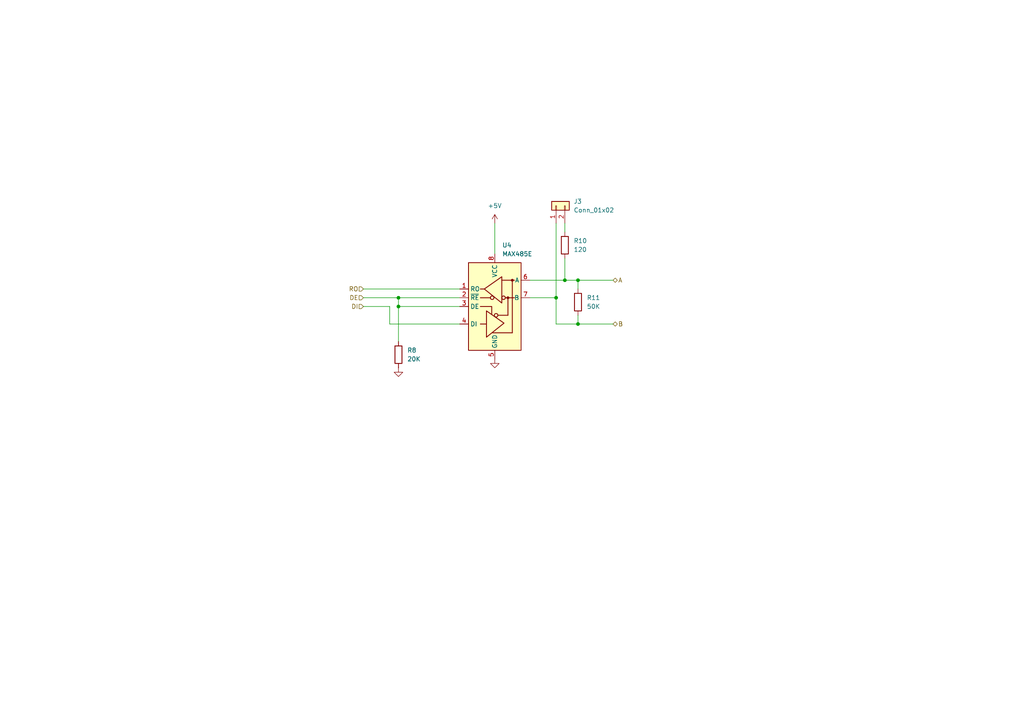
<source format=kicad_sch>
(kicad_sch (version 20250114) (generator "eeschema") (generator_version "9.0")
  (paper "A4")
  (lib_symbols
    (symbol "Connector_Generic:Conn_01x02" (pin_names (offset 1.016) (hide yes))
      (property "Reference" "J" (at 0 2.54 0))
      (property "Value" "Conn_01x02" (at 0 -5.08 0))
      (symbol "Conn_01x02_1_1"
        (rectangle (start -1.27 1.27) (end 1.27 -3.81) (stroke (width 0.254)) (fill (type background)))
        (rectangle (start -1.27 0.127) (end 0 -0.127) (stroke (width 0.1524)))
        (rectangle (start -1.27 -2.413) (end 0 -2.667) (stroke (width 0.1524)))
        (pin passive line (at -5.08 0 0) (length 3.81) (name "Pin_1") (number "1"))
        (pin passive line (at -5.08 -2.54 0) (length 3.81) (name "Pin_2") (number "2"))
      )
    )
    (symbol "Device:R" (pin_numbers (hide yes)) (pin_names (offset 0))
      (property "Reference" "R" (at 2.032 0 90))
      (property "Value" "R" (at 0 0 90))
      (symbol "R_0_1"
        (rectangle (start -1.016 -2.54) (end 1.016 2.54) (stroke (width 0.254)))
      )
      (symbol "R_1_1"
        (pin passive line (at 0 3.81 270) (length 1.27) (name "~") (number "1"))
        (pin passive line (at 0 -3.81 90) (length 1.27) (name "~") (number "2"))
      )
    )
    (symbol "Interface_UART:MAX485E"
      (property "Reference" "U" (at -6.985 13.97 0))
      (property "Value" "MAX485E" (at 1.905 13.97 0))
      (symbol "MAX485E_0_1"
        (rectangle (start -7.62 12.7) (end 7.62 -12.7) (stroke (width 0.254)) (fill (type background)))
        (polyline (pts (xy -4.191 2.54) (xy -1.27 2.54)) (stroke (width 0.254)))
        (polyline (pts (xy -4.191 0) (xy -0.889 0) (xy -0.889 -2.286)) (stroke (width 0.254)))
        (polyline (pts (xy -3.175 5.08) (xy -4.191 5.08) (xy -4.064 5.08)) (stroke (width 0.254)))
        (polyline (pts (xy -2.54 -5.08) (xy -4.191 -5.08)) (stroke (width 0.254)))
        (polyline (pts (xy -2.413 -5.08) (xy -2.413 -1.27) (xy 2.667 -4.826) (xy -2.413 -8.89) (xy -2.413 -5.08)) (stroke (width 0.254)))
        (polyline (pts (xy -0.635 -7.62) (xy 5.08 -7.62)) (stroke (width 0.254)))
        (circle (center 0.381 -2.54) (radius 0.508) (stroke (width 0.254)))
        (polyline (pts (xy 0.889 -2.54) (xy 3.81 -2.54)) (stroke (width 0.254)))
        (polyline (pts (xy 2.032 7.62) (xy 5.715 7.62)) (stroke (width 0.254)))
        (polyline (pts (xy 3.048 2.54) (xy 5.715 2.54)) (stroke (width 0.254)))
        (circle (center 3.81 2.54) (radius 0.2794) (stroke (width 0.254)) (fill (type outline)))
        (polyline (pts (xy 3.81 -2.54) (xy 3.81 2.54)) (stroke (width 0.254)))
        (polyline (pts (xy 5.08 -7.62) (xy 5.08 7.62)) (stroke (width 0.254)))
      )
      (symbol "MAX485E_1_1"
        (circle (center -0.762 2.54) (radius 0.508) (stroke (width 0.254)))
        (polyline (pts (xy 2.032 4.826) (xy 2.032 8.636) (xy -3.048 5.08) (xy 2.032 1.016) (xy 2.032 4.826)) (stroke (width 0.254)))
        (circle (center 2.54 2.54) (radius 0.508) (stroke (width 0.254)))
        (circle (center 5.08 7.62) (radius 0.2794) (stroke (width 0.254)) (fill (type outline)))
        (pin output line (at -10.16 5.08 0) (length 2.54) (name "RO") (number "1"))
        (pin input line (at -10.16 2.54 0) (length 2.54) (name "~{RE}") (number "2"))
        (pin input line (at -10.16 0 0) (length 2.54) (name "DE") (number "3"))
        (pin input line (at -10.16 -5.08 0) (length 2.54) (name "DI") (number "4"))
        (pin power_in line (at 0 15.24 270) (length 2.54) (name "VCC") (number "8"))
        (pin power_in line (at 0 -15.24 90) (length 2.54) (name "GND") (number "5"))
        (pin bidirectional line (at 10.16 7.62 180) (length 2.54) (name "A") (number "6"))
        (pin bidirectional line (at 10.16 2.54 180) (length 2.54) (name "B") (number "7"))
      )
    )
    (symbol "power:+5V" (power) (pin_numbers (hide yes)) (pin_names (offset 0) (hide yes))
      (property "Value" "+5V" (at 0 3.556 0))
      (symbol "+5V_0_1"
        (polyline (pts (xy -0.762 1.27) (xy 0 2.54)))
        (polyline (pts (xy 0 2.54) (xy 0.762 1.27)))
        (polyline (pts (xy 0 0) (xy 0 2.54)))
      )
      (symbol "+5V_1_1"
        (pin power_in line (at 0 0 90) (length 0) (name "~") (number "1"))
      )
    )
    (symbol "power:GND" (power) (pin_numbers (hide yes)) (pin_names (offset 0) (hide yes))
      (property "Value" "GND" (at 0 -3.81 0))
      (symbol "GND_0_1"
        (polyline (pts (xy 0 0) (xy 0 -1.27) (xy 1.27 -1.27) (xy 0 -2.54) (xy -1.27 -1.27) (xy 0 -1.27)))
      )
      (symbol "GND_1_1"
        (pin power_in line (at 0 0 270) (length 0) (name "~") (number "1"))
      )
    )
  )
  (junction (at 115.57 86.36))
  (junction (at 167.64 81.28))
  (junction (at 167.64 93.98))
  (junction (at 161.29 86.36))
  (junction (at 115.57 88.9))
  (junction (at 163.83 81.28))
  (wire (pts (xy 163.83 81.28) (xy 167.64 81.28)))
  (wire (pts (xy 115.57 86.36) (xy 115.57 88.9)))
  (wire (pts (xy 163.83 74.93) (xy 163.83 81.28)))
  (wire (pts (xy 163.83 64.77) (xy 163.83 67.31)))
  (wire (pts (xy 143.51 64.77) (xy 143.51 73.66)))
  (wire (pts (xy 167.64 91.44) (xy 167.64 93.98)))
  (wire (pts (xy 105.41 86.36) (xy 115.57 86.36)))
  (wire (pts (xy 113.03 93.98) (xy 113.03 88.9)))
  (wire (pts (xy 133.35 93.98) (xy 113.03 93.98)))
  (wire (pts (xy 153.67 86.36) (xy 161.29 86.36)))
  (wire (pts (xy 161.29 93.98) (xy 167.64 93.98)))
  (wire (pts (xy 167.64 81.28) (xy 177.8 81.28)))
  (wire (pts (xy 167.64 93.98) (xy 177.8 93.98)))
  (wire (pts (xy 105.41 88.9) (xy 113.03 88.9)))
  (wire (pts (xy 167.64 81.28) (xy 167.64 83.82)))
  (wire (pts (xy 105.41 83.82) (xy 133.35 83.82)))
  (wire (pts (xy 153.67 81.28) (xy 163.83 81.28)))
  (wire (pts (xy 115.57 88.9) (xy 133.35 88.9)))
  (wire (pts (xy 161.29 93.98) (xy 161.29 86.36)))
  (wire (pts (xy 115.57 88.9) (xy 115.57 99.06)))
  (wire (pts (xy 161.29 64.77) (xy 161.29 86.36)))
  (wire (pts (xy 133.35 86.36) (xy 115.57 86.36)))
  (hierarchical_label "RO" (shape input) (at 105.41 83.82 180))
  (hierarchical_label "DI" (shape input) (at 105.41 88.9 180))
  (hierarchical_label "B" (shape bidirectional) (at 177.8 93.98 0))
  (hierarchical_label "A" (shape bidirectional) (at 177.8 81.28 0))
  (hierarchical_label "DE" (shape input) (at 105.41 86.36 180))
  (symbol (lib_id "power:GND") (at 115.57 106.68 0) (unit 1)
    (property "Reference" "#PWR06" (effects (hide yes)))
    (property "Value" "GND" (effects (hide yes)))
    (property "Description" "Power symbol creates a global label with name \"GND\" , ground" (effects (hide yes)))
    (instances (project "comm-board" (path "" (reference "#PWR023") (unit 1)) (path "" (reference "#PWR06") (unit 1))))
  )
  (symbol (lib_id "Interface_UART:MAX485E") (at 143.51 88.9 0) (unit 1)
    (property "Reference" "U1" (at 145.6533 71.12 0) (effects (justify left)))
    (property "Value" "MAX485E" (at 145.6533 73.66 0) (effects (justify left)))
    (property "Footprint" "Package_DIP:DIP-8_W7.62mm_LongPads" (effects (hide yes)))
    (property "Datasheet" "https://datasheets.maximintegrated.com/en/ds/MAX1487E-MAX491E.pdf" (effects (hide yes)))
    (property "Description" "Half duplex RS-485/RS-422, 2.5 Mbps, ±15kV electro-static discharge (ESD) protection, no slew-rate, no low-power shutdown, with receiver/driver enable, 32 receiver drive capability, DIP-8 and SOIC-8" (effects (hide yes)))
    (instances (project "comm-board" (path "" (reference "U4") (unit 1)) (path "" (reference "U1") (unit 1))))
  )
  (symbol (lib_id "Connector_Generic:Conn_01x02") (at 161.29 59.69 90) (unit 1)
    (property "Reference" "J2" (at 166.37 58.4199 90) (effects (justify right)))
    (property "Value" "Conn_01x02" (at 166.37 60.9599 90) (effects (justify right)))
    (property "Footprint" "Connector_PinHeader_2.54mm:PinHeader_1x02_P2.54mm_Vertical" (effects (hide yes)))
    (property "Description" "Generic connector, single row, 01x02, script generated (kicad-library-utils/schlib/autogen/connector/)" (effects (hide yes)))
    (instances (project "comm-board" (path "" (reference "J3") (unit 1)) (path "" (reference "J2") (unit 1))))
  )
  (symbol (lib_id "Device:R") (at 163.83 71.12 0) (unit 1)
    (property "Reference" "R1" (at 166.37 69.8499 0) (effects (justify left)))
    (property "Value" "120" (at 166.37 72.3899 0) (effects (justify left)))
    (property "Footprint" "Resistor_THT:R_Axial_DIN0207_L6.3mm_D2.5mm_P7.62mm_Horizontal" (effects (hide yes)))
    (property "Description" "Resistor" (effects (hide yes)))
    (instances (project "comm-board" (path "" (reference "R10") (unit 1)) (path "" (reference "R1") (unit 1))))
  )
  (symbol (lib_id "Device:R") (at 115.57 102.87 0) (unit 1)
    (property "Reference" "R2" (at 118.11 101.5999 0) (effects (justify left)))
    (property "Value" "20K" (at 118.11 104.1399 0) (effects (justify left)))
    (property "Footprint" "Resistor_THT:R_Axial_DIN0207_L6.3mm_D2.5mm_P7.62mm_Horizontal" (effects (hide yes)))
    (property "Description" "Resistor" (effects (hide yes)))
    (instances (project "comm-board" (path "" (reference "R8") (unit 1)) (path "" (reference "R2") (unit 1))))
  )
  (symbol (lib_id "Device:R") (at 167.64 87.63 0) (unit 1)
    (property "Reference" "R3" (at 170.18 86.3599 0) (effects (justify left)))
    (property "Value" "50K" (at 170.18 88.8999 0) (effects (justify left)))
    (property "Footprint" "Resistor_THT:R_Axial_DIN0207_L6.3mm_D2.5mm_P7.62mm_Horizontal" (effects (hide yes)))
    (property "Description" "Resistor" (effects (hide yes)))
    (instances (project "comm-board" (path "" (reference "R11") (unit 1)) (path "" (reference "R3") (unit 1))))
  )
  (symbol (lib_id "power:+5V") (at 143.51 64.77 0) (unit 1)
    (property "Reference" "#PWR04" (effects (hide yes)))
    (property "Value" "+5V" (at 143.51 59.69 0))
    (property "Description" "Power symbol creates a global label with name \"+5V\"" (effects (hide yes)))
    (instances (project "comm-board" (path "" (reference "#PWR024") (unit 1)) (path "" (reference "#PWR04") (unit 1))))
  )
  (symbol (lib_id "power:GND") (at 143.51 104.14 0) (unit 1)
    (property "Reference" "#PWR07" (effects (hide yes)))
    (property "Value" "GND" (effects (hide yes)))
    (property "Description" "Power symbol creates a global label with name \"GND\" , ground" (effects (hide yes)))
    (instances (project "comm-board" (path "" (reference "#PWR025") (unit 1)) (path "" (reference "#PWR07") (unit 1))))
  )
)
</source>
